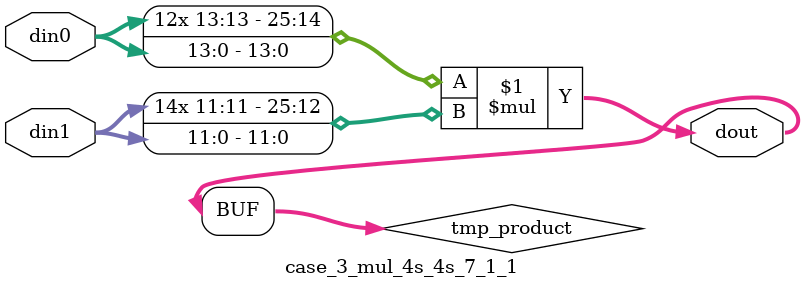
<source format=v>

`timescale 1 ns / 1 ps

 module case_3_mul_4s_4s_7_1_1(din0, din1, dout);
parameter ID = 1;
parameter NUM_STAGE = 0;
parameter din0_WIDTH = 14;
parameter din1_WIDTH = 12;
parameter dout_WIDTH = 26;

input [din0_WIDTH - 1 : 0] din0; 
input [din1_WIDTH - 1 : 0] din1; 
output [dout_WIDTH - 1 : 0] dout;

wire signed [dout_WIDTH - 1 : 0] tmp_product;



























assign tmp_product = $signed(din0) * $signed(din1);








assign dout = tmp_product;





















endmodule

</source>
